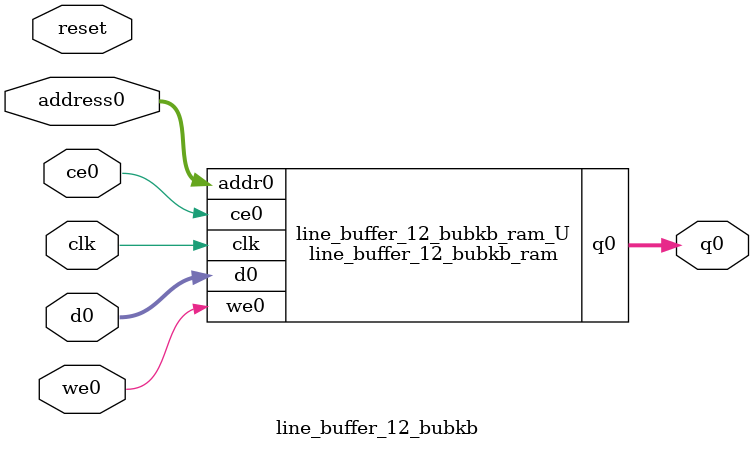
<source format=v>

`timescale 1 ns / 1 ps
module line_buffer_12_bubkb_ram (addr0, ce0, d0, we0, q0,  clk);

parameter DWIDTH = 16;
parameter AWIDTH = 11;
parameter MEM_SIZE = 1056;

input[AWIDTH-1:0] addr0;
input ce0;
input[DWIDTH-1:0] d0;
input we0;
output reg[DWIDTH-1:0] q0;
input clk;

(* ram_style = "block" *)reg [DWIDTH-1:0] ram[0:MEM_SIZE-1];




always @(posedge clk)  
begin 
    if (ce0) 
    begin
        if (we0) 
        begin 
            ram[addr0] <= d0; 
            q0 <= d0;
        end 
        else 
            q0 <= ram[addr0];
    end
end


endmodule


`timescale 1 ns / 1 ps
module line_buffer_12_bubkb(
    reset,
    clk,
    address0,
    ce0,
    we0,
    d0,
    q0);

parameter DataWidth = 32'd16;
parameter AddressRange = 32'd1056;
parameter AddressWidth = 32'd11;
input reset;
input clk;
input[AddressWidth - 1:0] address0;
input ce0;
input we0;
input[DataWidth - 1:0] d0;
output[DataWidth - 1:0] q0;



line_buffer_12_bubkb_ram line_buffer_12_bubkb_ram_U(
    .clk( clk ),
    .addr0( address0 ),
    .ce0( ce0 ),
    .d0( d0 ),
    .we0( we0 ),
    .q0( q0 ));

endmodule


</source>
